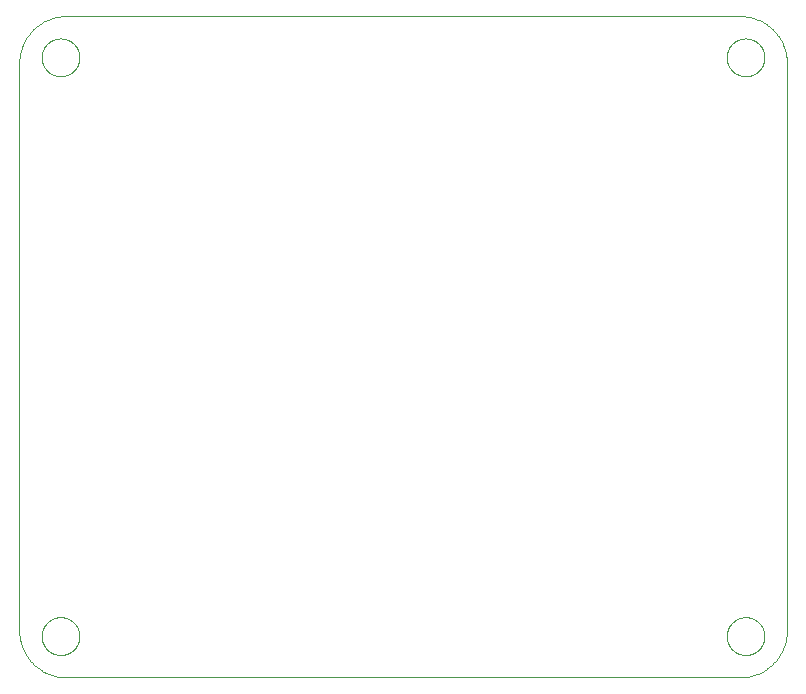
<source format=gbp>
G75*
%MOIN*%
%OFA0B0*%
%FSLAX25Y25*%
%IPPOS*%
%LPD*%
%AMOC8*
5,1,8,0,0,1.08239X$1,22.5*
%
%ADD10C,0.00000*%
D10*
X0020748Y0005000D02*
X0245157Y0005000D01*
X0240827Y0018780D02*
X0240829Y0018938D01*
X0240835Y0019096D01*
X0240845Y0019254D01*
X0240859Y0019412D01*
X0240877Y0019569D01*
X0240898Y0019726D01*
X0240924Y0019882D01*
X0240954Y0020038D01*
X0240987Y0020193D01*
X0241025Y0020346D01*
X0241066Y0020499D01*
X0241111Y0020651D01*
X0241160Y0020802D01*
X0241213Y0020951D01*
X0241269Y0021099D01*
X0241329Y0021245D01*
X0241393Y0021390D01*
X0241461Y0021533D01*
X0241532Y0021675D01*
X0241606Y0021815D01*
X0241684Y0021952D01*
X0241766Y0022088D01*
X0241850Y0022222D01*
X0241939Y0022353D01*
X0242030Y0022482D01*
X0242125Y0022609D01*
X0242222Y0022734D01*
X0242323Y0022856D01*
X0242427Y0022975D01*
X0242534Y0023092D01*
X0242644Y0023206D01*
X0242757Y0023317D01*
X0242872Y0023426D01*
X0242990Y0023531D01*
X0243111Y0023633D01*
X0243234Y0023733D01*
X0243360Y0023829D01*
X0243488Y0023922D01*
X0243618Y0024012D01*
X0243751Y0024098D01*
X0243886Y0024182D01*
X0244022Y0024261D01*
X0244161Y0024338D01*
X0244302Y0024410D01*
X0244444Y0024480D01*
X0244588Y0024545D01*
X0244734Y0024607D01*
X0244881Y0024665D01*
X0245030Y0024720D01*
X0245180Y0024771D01*
X0245331Y0024818D01*
X0245483Y0024861D01*
X0245636Y0024900D01*
X0245791Y0024936D01*
X0245946Y0024967D01*
X0246102Y0024995D01*
X0246258Y0025019D01*
X0246415Y0025039D01*
X0246573Y0025055D01*
X0246730Y0025067D01*
X0246889Y0025075D01*
X0247047Y0025079D01*
X0247205Y0025079D01*
X0247363Y0025075D01*
X0247522Y0025067D01*
X0247679Y0025055D01*
X0247837Y0025039D01*
X0247994Y0025019D01*
X0248150Y0024995D01*
X0248306Y0024967D01*
X0248461Y0024936D01*
X0248616Y0024900D01*
X0248769Y0024861D01*
X0248921Y0024818D01*
X0249072Y0024771D01*
X0249222Y0024720D01*
X0249371Y0024665D01*
X0249518Y0024607D01*
X0249664Y0024545D01*
X0249808Y0024480D01*
X0249950Y0024410D01*
X0250091Y0024338D01*
X0250230Y0024261D01*
X0250366Y0024182D01*
X0250501Y0024098D01*
X0250634Y0024012D01*
X0250764Y0023922D01*
X0250892Y0023829D01*
X0251018Y0023733D01*
X0251141Y0023633D01*
X0251262Y0023531D01*
X0251380Y0023426D01*
X0251495Y0023317D01*
X0251608Y0023206D01*
X0251718Y0023092D01*
X0251825Y0022975D01*
X0251929Y0022856D01*
X0252030Y0022734D01*
X0252127Y0022609D01*
X0252222Y0022482D01*
X0252313Y0022353D01*
X0252402Y0022222D01*
X0252486Y0022088D01*
X0252568Y0021952D01*
X0252646Y0021815D01*
X0252720Y0021675D01*
X0252791Y0021533D01*
X0252859Y0021390D01*
X0252923Y0021245D01*
X0252983Y0021099D01*
X0253039Y0020951D01*
X0253092Y0020802D01*
X0253141Y0020651D01*
X0253186Y0020499D01*
X0253227Y0020346D01*
X0253265Y0020193D01*
X0253298Y0020038D01*
X0253328Y0019882D01*
X0253354Y0019726D01*
X0253375Y0019569D01*
X0253393Y0019412D01*
X0253407Y0019254D01*
X0253417Y0019096D01*
X0253423Y0018938D01*
X0253425Y0018780D01*
X0253423Y0018622D01*
X0253417Y0018464D01*
X0253407Y0018306D01*
X0253393Y0018148D01*
X0253375Y0017991D01*
X0253354Y0017834D01*
X0253328Y0017678D01*
X0253298Y0017522D01*
X0253265Y0017367D01*
X0253227Y0017214D01*
X0253186Y0017061D01*
X0253141Y0016909D01*
X0253092Y0016758D01*
X0253039Y0016609D01*
X0252983Y0016461D01*
X0252923Y0016315D01*
X0252859Y0016170D01*
X0252791Y0016027D01*
X0252720Y0015885D01*
X0252646Y0015745D01*
X0252568Y0015608D01*
X0252486Y0015472D01*
X0252402Y0015338D01*
X0252313Y0015207D01*
X0252222Y0015078D01*
X0252127Y0014951D01*
X0252030Y0014826D01*
X0251929Y0014704D01*
X0251825Y0014585D01*
X0251718Y0014468D01*
X0251608Y0014354D01*
X0251495Y0014243D01*
X0251380Y0014134D01*
X0251262Y0014029D01*
X0251141Y0013927D01*
X0251018Y0013827D01*
X0250892Y0013731D01*
X0250764Y0013638D01*
X0250634Y0013548D01*
X0250501Y0013462D01*
X0250366Y0013378D01*
X0250230Y0013299D01*
X0250091Y0013222D01*
X0249950Y0013150D01*
X0249808Y0013080D01*
X0249664Y0013015D01*
X0249518Y0012953D01*
X0249371Y0012895D01*
X0249222Y0012840D01*
X0249072Y0012789D01*
X0248921Y0012742D01*
X0248769Y0012699D01*
X0248616Y0012660D01*
X0248461Y0012624D01*
X0248306Y0012593D01*
X0248150Y0012565D01*
X0247994Y0012541D01*
X0247837Y0012521D01*
X0247679Y0012505D01*
X0247522Y0012493D01*
X0247363Y0012485D01*
X0247205Y0012481D01*
X0247047Y0012481D01*
X0246889Y0012485D01*
X0246730Y0012493D01*
X0246573Y0012505D01*
X0246415Y0012521D01*
X0246258Y0012541D01*
X0246102Y0012565D01*
X0245946Y0012593D01*
X0245791Y0012624D01*
X0245636Y0012660D01*
X0245483Y0012699D01*
X0245331Y0012742D01*
X0245180Y0012789D01*
X0245030Y0012840D01*
X0244881Y0012895D01*
X0244734Y0012953D01*
X0244588Y0013015D01*
X0244444Y0013080D01*
X0244302Y0013150D01*
X0244161Y0013222D01*
X0244022Y0013299D01*
X0243886Y0013378D01*
X0243751Y0013462D01*
X0243618Y0013548D01*
X0243488Y0013638D01*
X0243360Y0013731D01*
X0243234Y0013827D01*
X0243111Y0013927D01*
X0242990Y0014029D01*
X0242872Y0014134D01*
X0242757Y0014243D01*
X0242644Y0014354D01*
X0242534Y0014468D01*
X0242427Y0014585D01*
X0242323Y0014704D01*
X0242222Y0014826D01*
X0242125Y0014951D01*
X0242030Y0015078D01*
X0241939Y0015207D01*
X0241850Y0015338D01*
X0241766Y0015472D01*
X0241684Y0015608D01*
X0241606Y0015745D01*
X0241532Y0015885D01*
X0241461Y0016027D01*
X0241393Y0016170D01*
X0241329Y0016315D01*
X0241269Y0016461D01*
X0241213Y0016609D01*
X0241160Y0016758D01*
X0241111Y0016909D01*
X0241066Y0017061D01*
X0241025Y0017214D01*
X0240987Y0017367D01*
X0240954Y0017522D01*
X0240924Y0017678D01*
X0240898Y0017834D01*
X0240877Y0017991D01*
X0240859Y0018148D01*
X0240845Y0018306D01*
X0240835Y0018464D01*
X0240829Y0018622D01*
X0240827Y0018780D01*
X0245157Y0005000D02*
X0245538Y0005005D01*
X0245918Y0005018D01*
X0246298Y0005041D01*
X0246677Y0005074D01*
X0247055Y0005115D01*
X0247432Y0005165D01*
X0247808Y0005225D01*
X0248183Y0005293D01*
X0248555Y0005371D01*
X0248926Y0005458D01*
X0249294Y0005553D01*
X0249660Y0005658D01*
X0250023Y0005771D01*
X0250384Y0005893D01*
X0250741Y0006023D01*
X0251095Y0006163D01*
X0251446Y0006310D01*
X0251793Y0006467D01*
X0252136Y0006631D01*
X0252475Y0006804D01*
X0252810Y0006985D01*
X0253141Y0007174D01*
X0253466Y0007371D01*
X0253787Y0007575D01*
X0254103Y0007788D01*
X0254413Y0008008D01*
X0254719Y0008235D01*
X0255018Y0008470D01*
X0255312Y0008712D01*
X0255600Y0008960D01*
X0255882Y0009216D01*
X0256157Y0009479D01*
X0256426Y0009748D01*
X0256689Y0010023D01*
X0256945Y0010305D01*
X0257193Y0010593D01*
X0257435Y0010887D01*
X0257670Y0011186D01*
X0257897Y0011492D01*
X0258117Y0011802D01*
X0258330Y0012118D01*
X0258534Y0012439D01*
X0258731Y0012764D01*
X0258920Y0013095D01*
X0259101Y0013430D01*
X0259274Y0013769D01*
X0259438Y0014112D01*
X0259595Y0014459D01*
X0259742Y0014810D01*
X0259882Y0015164D01*
X0260012Y0015521D01*
X0260134Y0015882D01*
X0260247Y0016245D01*
X0260352Y0016611D01*
X0260447Y0016979D01*
X0260534Y0017350D01*
X0260612Y0017722D01*
X0260680Y0018097D01*
X0260740Y0018473D01*
X0260790Y0018850D01*
X0260831Y0019228D01*
X0260864Y0019607D01*
X0260887Y0019987D01*
X0260900Y0020367D01*
X0260905Y0020748D01*
X0260906Y0020748D02*
X0260906Y0209724D01*
X0240827Y0211693D02*
X0240829Y0211851D01*
X0240835Y0212009D01*
X0240845Y0212167D01*
X0240859Y0212325D01*
X0240877Y0212482D01*
X0240898Y0212639D01*
X0240924Y0212795D01*
X0240954Y0212951D01*
X0240987Y0213106D01*
X0241025Y0213259D01*
X0241066Y0213412D01*
X0241111Y0213564D01*
X0241160Y0213715D01*
X0241213Y0213864D01*
X0241269Y0214012D01*
X0241329Y0214158D01*
X0241393Y0214303D01*
X0241461Y0214446D01*
X0241532Y0214588D01*
X0241606Y0214728D01*
X0241684Y0214865D01*
X0241766Y0215001D01*
X0241850Y0215135D01*
X0241939Y0215266D01*
X0242030Y0215395D01*
X0242125Y0215522D01*
X0242222Y0215647D01*
X0242323Y0215769D01*
X0242427Y0215888D01*
X0242534Y0216005D01*
X0242644Y0216119D01*
X0242757Y0216230D01*
X0242872Y0216339D01*
X0242990Y0216444D01*
X0243111Y0216546D01*
X0243234Y0216646D01*
X0243360Y0216742D01*
X0243488Y0216835D01*
X0243618Y0216925D01*
X0243751Y0217011D01*
X0243886Y0217095D01*
X0244022Y0217174D01*
X0244161Y0217251D01*
X0244302Y0217323D01*
X0244444Y0217393D01*
X0244588Y0217458D01*
X0244734Y0217520D01*
X0244881Y0217578D01*
X0245030Y0217633D01*
X0245180Y0217684D01*
X0245331Y0217731D01*
X0245483Y0217774D01*
X0245636Y0217813D01*
X0245791Y0217849D01*
X0245946Y0217880D01*
X0246102Y0217908D01*
X0246258Y0217932D01*
X0246415Y0217952D01*
X0246573Y0217968D01*
X0246730Y0217980D01*
X0246889Y0217988D01*
X0247047Y0217992D01*
X0247205Y0217992D01*
X0247363Y0217988D01*
X0247522Y0217980D01*
X0247679Y0217968D01*
X0247837Y0217952D01*
X0247994Y0217932D01*
X0248150Y0217908D01*
X0248306Y0217880D01*
X0248461Y0217849D01*
X0248616Y0217813D01*
X0248769Y0217774D01*
X0248921Y0217731D01*
X0249072Y0217684D01*
X0249222Y0217633D01*
X0249371Y0217578D01*
X0249518Y0217520D01*
X0249664Y0217458D01*
X0249808Y0217393D01*
X0249950Y0217323D01*
X0250091Y0217251D01*
X0250230Y0217174D01*
X0250366Y0217095D01*
X0250501Y0217011D01*
X0250634Y0216925D01*
X0250764Y0216835D01*
X0250892Y0216742D01*
X0251018Y0216646D01*
X0251141Y0216546D01*
X0251262Y0216444D01*
X0251380Y0216339D01*
X0251495Y0216230D01*
X0251608Y0216119D01*
X0251718Y0216005D01*
X0251825Y0215888D01*
X0251929Y0215769D01*
X0252030Y0215647D01*
X0252127Y0215522D01*
X0252222Y0215395D01*
X0252313Y0215266D01*
X0252402Y0215135D01*
X0252486Y0215001D01*
X0252568Y0214865D01*
X0252646Y0214728D01*
X0252720Y0214588D01*
X0252791Y0214446D01*
X0252859Y0214303D01*
X0252923Y0214158D01*
X0252983Y0214012D01*
X0253039Y0213864D01*
X0253092Y0213715D01*
X0253141Y0213564D01*
X0253186Y0213412D01*
X0253227Y0213259D01*
X0253265Y0213106D01*
X0253298Y0212951D01*
X0253328Y0212795D01*
X0253354Y0212639D01*
X0253375Y0212482D01*
X0253393Y0212325D01*
X0253407Y0212167D01*
X0253417Y0212009D01*
X0253423Y0211851D01*
X0253425Y0211693D01*
X0253423Y0211535D01*
X0253417Y0211377D01*
X0253407Y0211219D01*
X0253393Y0211061D01*
X0253375Y0210904D01*
X0253354Y0210747D01*
X0253328Y0210591D01*
X0253298Y0210435D01*
X0253265Y0210280D01*
X0253227Y0210127D01*
X0253186Y0209974D01*
X0253141Y0209822D01*
X0253092Y0209671D01*
X0253039Y0209522D01*
X0252983Y0209374D01*
X0252923Y0209228D01*
X0252859Y0209083D01*
X0252791Y0208940D01*
X0252720Y0208798D01*
X0252646Y0208658D01*
X0252568Y0208521D01*
X0252486Y0208385D01*
X0252402Y0208251D01*
X0252313Y0208120D01*
X0252222Y0207991D01*
X0252127Y0207864D01*
X0252030Y0207739D01*
X0251929Y0207617D01*
X0251825Y0207498D01*
X0251718Y0207381D01*
X0251608Y0207267D01*
X0251495Y0207156D01*
X0251380Y0207047D01*
X0251262Y0206942D01*
X0251141Y0206840D01*
X0251018Y0206740D01*
X0250892Y0206644D01*
X0250764Y0206551D01*
X0250634Y0206461D01*
X0250501Y0206375D01*
X0250366Y0206291D01*
X0250230Y0206212D01*
X0250091Y0206135D01*
X0249950Y0206063D01*
X0249808Y0205993D01*
X0249664Y0205928D01*
X0249518Y0205866D01*
X0249371Y0205808D01*
X0249222Y0205753D01*
X0249072Y0205702D01*
X0248921Y0205655D01*
X0248769Y0205612D01*
X0248616Y0205573D01*
X0248461Y0205537D01*
X0248306Y0205506D01*
X0248150Y0205478D01*
X0247994Y0205454D01*
X0247837Y0205434D01*
X0247679Y0205418D01*
X0247522Y0205406D01*
X0247363Y0205398D01*
X0247205Y0205394D01*
X0247047Y0205394D01*
X0246889Y0205398D01*
X0246730Y0205406D01*
X0246573Y0205418D01*
X0246415Y0205434D01*
X0246258Y0205454D01*
X0246102Y0205478D01*
X0245946Y0205506D01*
X0245791Y0205537D01*
X0245636Y0205573D01*
X0245483Y0205612D01*
X0245331Y0205655D01*
X0245180Y0205702D01*
X0245030Y0205753D01*
X0244881Y0205808D01*
X0244734Y0205866D01*
X0244588Y0205928D01*
X0244444Y0205993D01*
X0244302Y0206063D01*
X0244161Y0206135D01*
X0244022Y0206212D01*
X0243886Y0206291D01*
X0243751Y0206375D01*
X0243618Y0206461D01*
X0243488Y0206551D01*
X0243360Y0206644D01*
X0243234Y0206740D01*
X0243111Y0206840D01*
X0242990Y0206942D01*
X0242872Y0207047D01*
X0242757Y0207156D01*
X0242644Y0207267D01*
X0242534Y0207381D01*
X0242427Y0207498D01*
X0242323Y0207617D01*
X0242222Y0207739D01*
X0242125Y0207864D01*
X0242030Y0207991D01*
X0241939Y0208120D01*
X0241850Y0208251D01*
X0241766Y0208385D01*
X0241684Y0208521D01*
X0241606Y0208658D01*
X0241532Y0208798D01*
X0241461Y0208940D01*
X0241393Y0209083D01*
X0241329Y0209228D01*
X0241269Y0209374D01*
X0241213Y0209522D01*
X0241160Y0209671D01*
X0241111Y0209822D01*
X0241066Y0209974D01*
X0241025Y0210127D01*
X0240987Y0210280D01*
X0240954Y0210435D01*
X0240924Y0210591D01*
X0240898Y0210747D01*
X0240877Y0210904D01*
X0240859Y0211061D01*
X0240845Y0211219D01*
X0240835Y0211377D01*
X0240829Y0211535D01*
X0240827Y0211693D01*
X0245157Y0225472D02*
X0245538Y0225467D01*
X0245918Y0225454D01*
X0246298Y0225431D01*
X0246677Y0225398D01*
X0247055Y0225357D01*
X0247432Y0225307D01*
X0247808Y0225247D01*
X0248183Y0225179D01*
X0248555Y0225101D01*
X0248926Y0225014D01*
X0249294Y0224919D01*
X0249660Y0224814D01*
X0250023Y0224701D01*
X0250384Y0224579D01*
X0250741Y0224449D01*
X0251095Y0224309D01*
X0251446Y0224162D01*
X0251793Y0224005D01*
X0252136Y0223841D01*
X0252475Y0223668D01*
X0252810Y0223487D01*
X0253141Y0223298D01*
X0253466Y0223101D01*
X0253787Y0222897D01*
X0254103Y0222684D01*
X0254413Y0222464D01*
X0254719Y0222237D01*
X0255018Y0222002D01*
X0255312Y0221760D01*
X0255600Y0221512D01*
X0255882Y0221256D01*
X0256157Y0220993D01*
X0256426Y0220724D01*
X0256689Y0220449D01*
X0256945Y0220167D01*
X0257193Y0219879D01*
X0257435Y0219585D01*
X0257670Y0219286D01*
X0257897Y0218980D01*
X0258117Y0218670D01*
X0258330Y0218354D01*
X0258534Y0218033D01*
X0258731Y0217708D01*
X0258920Y0217377D01*
X0259101Y0217042D01*
X0259274Y0216703D01*
X0259438Y0216360D01*
X0259595Y0216013D01*
X0259742Y0215662D01*
X0259882Y0215308D01*
X0260012Y0214951D01*
X0260134Y0214590D01*
X0260247Y0214227D01*
X0260352Y0213861D01*
X0260447Y0213493D01*
X0260534Y0213122D01*
X0260612Y0212750D01*
X0260680Y0212375D01*
X0260740Y0211999D01*
X0260790Y0211622D01*
X0260831Y0211244D01*
X0260864Y0210865D01*
X0260887Y0210485D01*
X0260900Y0210105D01*
X0260905Y0209724D01*
X0245157Y0225472D02*
X0020748Y0225472D01*
X0012481Y0211693D02*
X0012483Y0211851D01*
X0012489Y0212009D01*
X0012499Y0212167D01*
X0012513Y0212325D01*
X0012531Y0212482D01*
X0012552Y0212639D01*
X0012578Y0212795D01*
X0012608Y0212951D01*
X0012641Y0213106D01*
X0012679Y0213259D01*
X0012720Y0213412D01*
X0012765Y0213564D01*
X0012814Y0213715D01*
X0012867Y0213864D01*
X0012923Y0214012D01*
X0012983Y0214158D01*
X0013047Y0214303D01*
X0013115Y0214446D01*
X0013186Y0214588D01*
X0013260Y0214728D01*
X0013338Y0214865D01*
X0013420Y0215001D01*
X0013504Y0215135D01*
X0013593Y0215266D01*
X0013684Y0215395D01*
X0013779Y0215522D01*
X0013876Y0215647D01*
X0013977Y0215769D01*
X0014081Y0215888D01*
X0014188Y0216005D01*
X0014298Y0216119D01*
X0014411Y0216230D01*
X0014526Y0216339D01*
X0014644Y0216444D01*
X0014765Y0216546D01*
X0014888Y0216646D01*
X0015014Y0216742D01*
X0015142Y0216835D01*
X0015272Y0216925D01*
X0015405Y0217011D01*
X0015540Y0217095D01*
X0015676Y0217174D01*
X0015815Y0217251D01*
X0015956Y0217323D01*
X0016098Y0217393D01*
X0016242Y0217458D01*
X0016388Y0217520D01*
X0016535Y0217578D01*
X0016684Y0217633D01*
X0016834Y0217684D01*
X0016985Y0217731D01*
X0017137Y0217774D01*
X0017290Y0217813D01*
X0017445Y0217849D01*
X0017600Y0217880D01*
X0017756Y0217908D01*
X0017912Y0217932D01*
X0018069Y0217952D01*
X0018227Y0217968D01*
X0018384Y0217980D01*
X0018543Y0217988D01*
X0018701Y0217992D01*
X0018859Y0217992D01*
X0019017Y0217988D01*
X0019176Y0217980D01*
X0019333Y0217968D01*
X0019491Y0217952D01*
X0019648Y0217932D01*
X0019804Y0217908D01*
X0019960Y0217880D01*
X0020115Y0217849D01*
X0020270Y0217813D01*
X0020423Y0217774D01*
X0020575Y0217731D01*
X0020726Y0217684D01*
X0020876Y0217633D01*
X0021025Y0217578D01*
X0021172Y0217520D01*
X0021318Y0217458D01*
X0021462Y0217393D01*
X0021604Y0217323D01*
X0021745Y0217251D01*
X0021884Y0217174D01*
X0022020Y0217095D01*
X0022155Y0217011D01*
X0022288Y0216925D01*
X0022418Y0216835D01*
X0022546Y0216742D01*
X0022672Y0216646D01*
X0022795Y0216546D01*
X0022916Y0216444D01*
X0023034Y0216339D01*
X0023149Y0216230D01*
X0023262Y0216119D01*
X0023372Y0216005D01*
X0023479Y0215888D01*
X0023583Y0215769D01*
X0023684Y0215647D01*
X0023781Y0215522D01*
X0023876Y0215395D01*
X0023967Y0215266D01*
X0024056Y0215135D01*
X0024140Y0215001D01*
X0024222Y0214865D01*
X0024300Y0214728D01*
X0024374Y0214588D01*
X0024445Y0214446D01*
X0024513Y0214303D01*
X0024577Y0214158D01*
X0024637Y0214012D01*
X0024693Y0213864D01*
X0024746Y0213715D01*
X0024795Y0213564D01*
X0024840Y0213412D01*
X0024881Y0213259D01*
X0024919Y0213106D01*
X0024952Y0212951D01*
X0024982Y0212795D01*
X0025008Y0212639D01*
X0025029Y0212482D01*
X0025047Y0212325D01*
X0025061Y0212167D01*
X0025071Y0212009D01*
X0025077Y0211851D01*
X0025079Y0211693D01*
X0025077Y0211535D01*
X0025071Y0211377D01*
X0025061Y0211219D01*
X0025047Y0211061D01*
X0025029Y0210904D01*
X0025008Y0210747D01*
X0024982Y0210591D01*
X0024952Y0210435D01*
X0024919Y0210280D01*
X0024881Y0210127D01*
X0024840Y0209974D01*
X0024795Y0209822D01*
X0024746Y0209671D01*
X0024693Y0209522D01*
X0024637Y0209374D01*
X0024577Y0209228D01*
X0024513Y0209083D01*
X0024445Y0208940D01*
X0024374Y0208798D01*
X0024300Y0208658D01*
X0024222Y0208521D01*
X0024140Y0208385D01*
X0024056Y0208251D01*
X0023967Y0208120D01*
X0023876Y0207991D01*
X0023781Y0207864D01*
X0023684Y0207739D01*
X0023583Y0207617D01*
X0023479Y0207498D01*
X0023372Y0207381D01*
X0023262Y0207267D01*
X0023149Y0207156D01*
X0023034Y0207047D01*
X0022916Y0206942D01*
X0022795Y0206840D01*
X0022672Y0206740D01*
X0022546Y0206644D01*
X0022418Y0206551D01*
X0022288Y0206461D01*
X0022155Y0206375D01*
X0022020Y0206291D01*
X0021884Y0206212D01*
X0021745Y0206135D01*
X0021604Y0206063D01*
X0021462Y0205993D01*
X0021318Y0205928D01*
X0021172Y0205866D01*
X0021025Y0205808D01*
X0020876Y0205753D01*
X0020726Y0205702D01*
X0020575Y0205655D01*
X0020423Y0205612D01*
X0020270Y0205573D01*
X0020115Y0205537D01*
X0019960Y0205506D01*
X0019804Y0205478D01*
X0019648Y0205454D01*
X0019491Y0205434D01*
X0019333Y0205418D01*
X0019176Y0205406D01*
X0019017Y0205398D01*
X0018859Y0205394D01*
X0018701Y0205394D01*
X0018543Y0205398D01*
X0018384Y0205406D01*
X0018227Y0205418D01*
X0018069Y0205434D01*
X0017912Y0205454D01*
X0017756Y0205478D01*
X0017600Y0205506D01*
X0017445Y0205537D01*
X0017290Y0205573D01*
X0017137Y0205612D01*
X0016985Y0205655D01*
X0016834Y0205702D01*
X0016684Y0205753D01*
X0016535Y0205808D01*
X0016388Y0205866D01*
X0016242Y0205928D01*
X0016098Y0205993D01*
X0015956Y0206063D01*
X0015815Y0206135D01*
X0015676Y0206212D01*
X0015540Y0206291D01*
X0015405Y0206375D01*
X0015272Y0206461D01*
X0015142Y0206551D01*
X0015014Y0206644D01*
X0014888Y0206740D01*
X0014765Y0206840D01*
X0014644Y0206942D01*
X0014526Y0207047D01*
X0014411Y0207156D01*
X0014298Y0207267D01*
X0014188Y0207381D01*
X0014081Y0207498D01*
X0013977Y0207617D01*
X0013876Y0207739D01*
X0013779Y0207864D01*
X0013684Y0207991D01*
X0013593Y0208120D01*
X0013504Y0208251D01*
X0013420Y0208385D01*
X0013338Y0208521D01*
X0013260Y0208658D01*
X0013186Y0208798D01*
X0013115Y0208940D01*
X0013047Y0209083D01*
X0012983Y0209228D01*
X0012923Y0209374D01*
X0012867Y0209522D01*
X0012814Y0209671D01*
X0012765Y0209822D01*
X0012720Y0209974D01*
X0012679Y0210127D01*
X0012641Y0210280D01*
X0012608Y0210435D01*
X0012578Y0210591D01*
X0012552Y0210747D01*
X0012531Y0210904D01*
X0012513Y0211061D01*
X0012499Y0211219D01*
X0012489Y0211377D01*
X0012483Y0211535D01*
X0012481Y0211693D01*
X0005000Y0209724D02*
X0005000Y0020748D01*
X0012481Y0018780D02*
X0012483Y0018938D01*
X0012489Y0019096D01*
X0012499Y0019254D01*
X0012513Y0019412D01*
X0012531Y0019569D01*
X0012552Y0019726D01*
X0012578Y0019882D01*
X0012608Y0020038D01*
X0012641Y0020193D01*
X0012679Y0020346D01*
X0012720Y0020499D01*
X0012765Y0020651D01*
X0012814Y0020802D01*
X0012867Y0020951D01*
X0012923Y0021099D01*
X0012983Y0021245D01*
X0013047Y0021390D01*
X0013115Y0021533D01*
X0013186Y0021675D01*
X0013260Y0021815D01*
X0013338Y0021952D01*
X0013420Y0022088D01*
X0013504Y0022222D01*
X0013593Y0022353D01*
X0013684Y0022482D01*
X0013779Y0022609D01*
X0013876Y0022734D01*
X0013977Y0022856D01*
X0014081Y0022975D01*
X0014188Y0023092D01*
X0014298Y0023206D01*
X0014411Y0023317D01*
X0014526Y0023426D01*
X0014644Y0023531D01*
X0014765Y0023633D01*
X0014888Y0023733D01*
X0015014Y0023829D01*
X0015142Y0023922D01*
X0015272Y0024012D01*
X0015405Y0024098D01*
X0015540Y0024182D01*
X0015676Y0024261D01*
X0015815Y0024338D01*
X0015956Y0024410D01*
X0016098Y0024480D01*
X0016242Y0024545D01*
X0016388Y0024607D01*
X0016535Y0024665D01*
X0016684Y0024720D01*
X0016834Y0024771D01*
X0016985Y0024818D01*
X0017137Y0024861D01*
X0017290Y0024900D01*
X0017445Y0024936D01*
X0017600Y0024967D01*
X0017756Y0024995D01*
X0017912Y0025019D01*
X0018069Y0025039D01*
X0018227Y0025055D01*
X0018384Y0025067D01*
X0018543Y0025075D01*
X0018701Y0025079D01*
X0018859Y0025079D01*
X0019017Y0025075D01*
X0019176Y0025067D01*
X0019333Y0025055D01*
X0019491Y0025039D01*
X0019648Y0025019D01*
X0019804Y0024995D01*
X0019960Y0024967D01*
X0020115Y0024936D01*
X0020270Y0024900D01*
X0020423Y0024861D01*
X0020575Y0024818D01*
X0020726Y0024771D01*
X0020876Y0024720D01*
X0021025Y0024665D01*
X0021172Y0024607D01*
X0021318Y0024545D01*
X0021462Y0024480D01*
X0021604Y0024410D01*
X0021745Y0024338D01*
X0021884Y0024261D01*
X0022020Y0024182D01*
X0022155Y0024098D01*
X0022288Y0024012D01*
X0022418Y0023922D01*
X0022546Y0023829D01*
X0022672Y0023733D01*
X0022795Y0023633D01*
X0022916Y0023531D01*
X0023034Y0023426D01*
X0023149Y0023317D01*
X0023262Y0023206D01*
X0023372Y0023092D01*
X0023479Y0022975D01*
X0023583Y0022856D01*
X0023684Y0022734D01*
X0023781Y0022609D01*
X0023876Y0022482D01*
X0023967Y0022353D01*
X0024056Y0022222D01*
X0024140Y0022088D01*
X0024222Y0021952D01*
X0024300Y0021815D01*
X0024374Y0021675D01*
X0024445Y0021533D01*
X0024513Y0021390D01*
X0024577Y0021245D01*
X0024637Y0021099D01*
X0024693Y0020951D01*
X0024746Y0020802D01*
X0024795Y0020651D01*
X0024840Y0020499D01*
X0024881Y0020346D01*
X0024919Y0020193D01*
X0024952Y0020038D01*
X0024982Y0019882D01*
X0025008Y0019726D01*
X0025029Y0019569D01*
X0025047Y0019412D01*
X0025061Y0019254D01*
X0025071Y0019096D01*
X0025077Y0018938D01*
X0025079Y0018780D01*
X0025077Y0018622D01*
X0025071Y0018464D01*
X0025061Y0018306D01*
X0025047Y0018148D01*
X0025029Y0017991D01*
X0025008Y0017834D01*
X0024982Y0017678D01*
X0024952Y0017522D01*
X0024919Y0017367D01*
X0024881Y0017214D01*
X0024840Y0017061D01*
X0024795Y0016909D01*
X0024746Y0016758D01*
X0024693Y0016609D01*
X0024637Y0016461D01*
X0024577Y0016315D01*
X0024513Y0016170D01*
X0024445Y0016027D01*
X0024374Y0015885D01*
X0024300Y0015745D01*
X0024222Y0015608D01*
X0024140Y0015472D01*
X0024056Y0015338D01*
X0023967Y0015207D01*
X0023876Y0015078D01*
X0023781Y0014951D01*
X0023684Y0014826D01*
X0023583Y0014704D01*
X0023479Y0014585D01*
X0023372Y0014468D01*
X0023262Y0014354D01*
X0023149Y0014243D01*
X0023034Y0014134D01*
X0022916Y0014029D01*
X0022795Y0013927D01*
X0022672Y0013827D01*
X0022546Y0013731D01*
X0022418Y0013638D01*
X0022288Y0013548D01*
X0022155Y0013462D01*
X0022020Y0013378D01*
X0021884Y0013299D01*
X0021745Y0013222D01*
X0021604Y0013150D01*
X0021462Y0013080D01*
X0021318Y0013015D01*
X0021172Y0012953D01*
X0021025Y0012895D01*
X0020876Y0012840D01*
X0020726Y0012789D01*
X0020575Y0012742D01*
X0020423Y0012699D01*
X0020270Y0012660D01*
X0020115Y0012624D01*
X0019960Y0012593D01*
X0019804Y0012565D01*
X0019648Y0012541D01*
X0019491Y0012521D01*
X0019333Y0012505D01*
X0019176Y0012493D01*
X0019017Y0012485D01*
X0018859Y0012481D01*
X0018701Y0012481D01*
X0018543Y0012485D01*
X0018384Y0012493D01*
X0018227Y0012505D01*
X0018069Y0012521D01*
X0017912Y0012541D01*
X0017756Y0012565D01*
X0017600Y0012593D01*
X0017445Y0012624D01*
X0017290Y0012660D01*
X0017137Y0012699D01*
X0016985Y0012742D01*
X0016834Y0012789D01*
X0016684Y0012840D01*
X0016535Y0012895D01*
X0016388Y0012953D01*
X0016242Y0013015D01*
X0016098Y0013080D01*
X0015956Y0013150D01*
X0015815Y0013222D01*
X0015676Y0013299D01*
X0015540Y0013378D01*
X0015405Y0013462D01*
X0015272Y0013548D01*
X0015142Y0013638D01*
X0015014Y0013731D01*
X0014888Y0013827D01*
X0014765Y0013927D01*
X0014644Y0014029D01*
X0014526Y0014134D01*
X0014411Y0014243D01*
X0014298Y0014354D01*
X0014188Y0014468D01*
X0014081Y0014585D01*
X0013977Y0014704D01*
X0013876Y0014826D01*
X0013779Y0014951D01*
X0013684Y0015078D01*
X0013593Y0015207D01*
X0013504Y0015338D01*
X0013420Y0015472D01*
X0013338Y0015608D01*
X0013260Y0015745D01*
X0013186Y0015885D01*
X0013115Y0016027D01*
X0013047Y0016170D01*
X0012983Y0016315D01*
X0012923Y0016461D01*
X0012867Y0016609D01*
X0012814Y0016758D01*
X0012765Y0016909D01*
X0012720Y0017061D01*
X0012679Y0017214D01*
X0012641Y0017367D01*
X0012608Y0017522D01*
X0012578Y0017678D01*
X0012552Y0017834D01*
X0012531Y0017991D01*
X0012513Y0018148D01*
X0012499Y0018306D01*
X0012489Y0018464D01*
X0012483Y0018622D01*
X0012481Y0018780D01*
X0005000Y0020748D02*
X0005005Y0020367D01*
X0005018Y0019987D01*
X0005041Y0019607D01*
X0005074Y0019228D01*
X0005115Y0018850D01*
X0005165Y0018473D01*
X0005225Y0018097D01*
X0005293Y0017722D01*
X0005371Y0017350D01*
X0005458Y0016979D01*
X0005553Y0016611D01*
X0005658Y0016245D01*
X0005771Y0015882D01*
X0005893Y0015521D01*
X0006023Y0015164D01*
X0006163Y0014810D01*
X0006310Y0014459D01*
X0006467Y0014112D01*
X0006631Y0013769D01*
X0006804Y0013430D01*
X0006985Y0013095D01*
X0007174Y0012764D01*
X0007371Y0012439D01*
X0007575Y0012118D01*
X0007788Y0011802D01*
X0008008Y0011492D01*
X0008235Y0011186D01*
X0008470Y0010887D01*
X0008712Y0010593D01*
X0008960Y0010305D01*
X0009216Y0010023D01*
X0009479Y0009748D01*
X0009748Y0009479D01*
X0010023Y0009216D01*
X0010305Y0008960D01*
X0010593Y0008712D01*
X0010887Y0008470D01*
X0011186Y0008235D01*
X0011492Y0008008D01*
X0011802Y0007788D01*
X0012118Y0007575D01*
X0012439Y0007371D01*
X0012764Y0007174D01*
X0013095Y0006985D01*
X0013430Y0006804D01*
X0013769Y0006631D01*
X0014112Y0006467D01*
X0014459Y0006310D01*
X0014810Y0006163D01*
X0015164Y0006023D01*
X0015521Y0005893D01*
X0015882Y0005771D01*
X0016245Y0005658D01*
X0016611Y0005553D01*
X0016979Y0005458D01*
X0017350Y0005371D01*
X0017722Y0005293D01*
X0018097Y0005225D01*
X0018473Y0005165D01*
X0018850Y0005115D01*
X0019228Y0005074D01*
X0019607Y0005041D01*
X0019987Y0005018D01*
X0020367Y0005005D01*
X0020748Y0005000D01*
X0005000Y0209724D02*
X0005005Y0210105D01*
X0005018Y0210485D01*
X0005041Y0210865D01*
X0005074Y0211244D01*
X0005115Y0211622D01*
X0005165Y0211999D01*
X0005225Y0212375D01*
X0005293Y0212750D01*
X0005371Y0213122D01*
X0005458Y0213493D01*
X0005553Y0213861D01*
X0005658Y0214227D01*
X0005771Y0214590D01*
X0005893Y0214951D01*
X0006023Y0215308D01*
X0006163Y0215662D01*
X0006310Y0216013D01*
X0006467Y0216360D01*
X0006631Y0216703D01*
X0006804Y0217042D01*
X0006985Y0217377D01*
X0007174Y0217708D01*
X0007371Y0218033D01*
X0007575Y0218354D01*
X0007788Y0218670D01*
X0008008Y0218980D01*
X0008235Y0219286D01*
X0008470Y0219585D01*
X0008712Y0219879D01*
X0008960Y0220167D01*
X0009216Y0220449D01*
X0009479Y0220724D01*
X0009748Y0220993D01*
X0010023Y0221256D01*
X0010305Y0221512D01*
X0010593Y0221760D01*
X0010887Y0222002D01*
X0011186Y0222237D01*
X0011492Y0222464D01*
X0011802Y0222684D01*
X0012118Y0222897D01*
X0012439Y0223101D01*
X0012764Y0223298D01*
X0013095Y0223487D01*
X0013430Y0223668D01*
X0013769Y0223841D01*
X0014112Y0224005D01*
X0014459Y0224162D01*
X0014810Y0224309D01*
X0015164Y0224449D01*
X0015521Y0224579D01*
X0015882Y0224701D01*
X0016245Y0224814D01*
X0016611Y0224919D01*
X0016979Y0225014D01*
X0017350Y0225101D01*
X0017722Y0225179D01*
X0018097Y0225247D01*
X0018473Y0225307D01*
X0018850Y0225357D01*
X0019228Y0225398D01*
X0019607Y0225431D01*
X0019987Y0225454D01*
X0020367Y0225467D01*
X0020748Y0225472D01*
M02*

</source>
